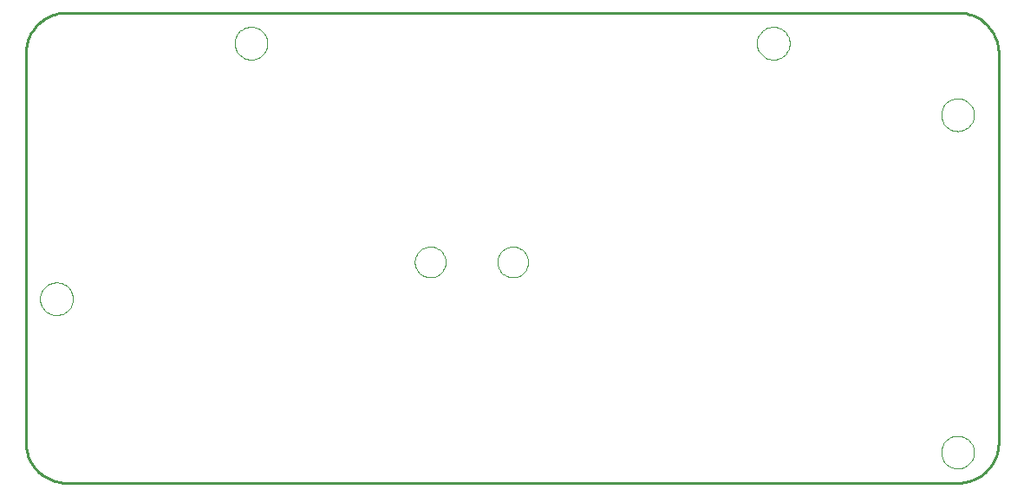
<source format=gbo>
G75*
%MOIN*%
%OFA0B0*%
%FSLAX24Y24*%
%IPPOS*%
%LPD*%
%AMOC8*
5,1,8,0,0,1.08239X$1,22.5*
%
%ADD10C,0.0100*%
%ADD11C,0.0000*%
D10*
X002168Y020695D02*
X036420Y020695D01*
X036497Y020697D01*
X036574Y020703D01*
X036651Y020712D01*
X036727Y020725D01*
X036803Y020742D01*
X036877Y020763D01*
X036951Y020787D01*
X037023Y020815D01*
X037093Y020846D01*
X037162Y020881D01*
X037230Y020919D01*
X037295Y020960D01*
X037358Y021005D01*
X037419Y021053D01*
X037478Y021103D01*
X037534Y021156D01*
X037587Y021212D01*
X037637Y021271D01*
X037685Y021332D01*
X037730Y021395D01*
X037771Y021460D01*
X037809Y021528D01*
X037844Y021597D01*
X037875Y021667D01*
X037903Y021739D01*
X037927Y021813D01*
X037948Y021887D01*
X037965Y021963D01*
X037978Y022039D01*
X037987Y022116D01*
X037993Y022193D01*
X037995Y022270D01*
X037995Y037231D01*
X037993Y037308D01*
X037987Y037385D01*
X037978Y037462D01*
X037965Y037538D01*
X037948Y037614D01*
X037927Y037688D01*
X037903Y037762D01*
X037875Y037834D01*
X037844Y037904D01*
X037809Y037973D01*
X037771Y038041D01*
X037730Y038106D01*
X037685Y038169D01*
X037637Y038230D01*
X037587Y038289D01*
X037534Y038345D01*
X037478Y038398D01*
X037419Y038448D01*
X037358Y038496D01*
X037295Y038541D01*
X037230Y038582D01*
X037162Y038620D01*
X037093Y038655D01*
X037023Y038686D01*
X036951Y038714D01*
X036877Y038738D01*
X036803Y038759D01*
X036727Y038776D01*
X036651Y038789D01*
X036574Y038798D01*
X036497Y038804D01*
X036420Y038806D01*
X002168Y038806D01*
X002091Y038804D01*
X002014Y038798D01*
X001937Y038789D01*
X001861Y038776D01*
X001785Y038759D01*
X001711Y038738D01*
X001637Y038714D01*
X001565Y038686D01*
X001495Y038655D01*
X001426Y038620D01*
X001358Y038582D01*
X001293Y038541D01*
X001230Y038496D01*
X001169Y038448D01*
X001110Y038398D01*
X001054Y038345D01*
X001001Y038289D01*
X000951Y038230D01*
X000903Y038169D01*
X000858Y038106D01*
X000817Y038041D01*
X000779Y037973D01*
X000744Y037904D01*
X000713Y037834D01*
X000685Y037762D01*
X000661Y037688D01*
X000640Y037614D01*
X000623Y037538D01*
X000610Y037462D01*
X000601Y037385D01*
X000595Y037308D01*
X000593Y037231D01*
X000593Y022270D01*
X000595Y022193D01*
X000601Y022116D01*
X000610Y022039D01*
X000623Y021963D01*
X000640Y021887D01*
X000661Y021813D01*
X000685Y021739D01*
X000713Y021667D01*
X000744Y021597D01*
X000779Y021528D01*
X000817Y021460D01*
X000858Y021395D01*
X000903Y021332D01*
X000951Y021271D01*
X001001Y021212D01*
X001054Y021156D01*
X001110Y021103D01*
X001169Y021053D01*
X001230Y021005D01*
X001293Y020960D01*
X001358Y020919D01*
X001426Y020881D01*
X001495Y020846D01*
X001565Y020815D01*
X001637Y020787D01*
X001711Y020763D01*
X001785Y020742D01*
X001861Y020725D01*
X001937Y020712D01*
X002014Y020703D01*
X002091Y020697D01*
X002168Y020695D01*
D11*
X001144Y027782D02*
X001146Y027832D01*
X001152Y027882D01*
X001162Y027931D01*
X001176Y027979D01*
X001193Y028026D01*
X001214Y028071D01*
X001239Y028115D01*
X001267Y028156D01*
X001299Y028195D01*
X001333Y028232D01*
X001370Y028266D01*
X001410Y028296D01*
X001452Y028323D01*
X001496Y028347D01*
X001542Y028368D01*
X001589Y028384D01*
X001637Y028397D01*
X001687Y028406D01*
X001736Y028411D01*
X001787Y028412D01*
X001837Y028409D01*
X001886Y028402D01*
X001935Y028391D01*
X001983Y028376D01*
X002029Y028358D01*
X002074Y028336D01*
X002117Y028310D01*
X002158Y028281D01*
X002197Y028249D01*
X002233Y028214D01*
X002265Y028176D01*
X002295Y028136D01*
X002322Y028093D01*
X002345Y028049D01*
X002364Y028003D01*
X002380Y027955D01*
X002392Y027906D01*
X002400Y027857D01*
X002404Y027807D01*
X002404Y027757D01*
X002400Y027707D01*
X002392Y027658D01*
X002380Y027609D01*
X002364Y027561D01*
X002345Y027515D01*
X002322Y027471D01*
X002295Y027428D01*
X002265Y027388D01*
X002233Y027350D01*
X002197Y027315D01*
X002158Y027283D01*
X002117Y027254D01*
X002074Y027228D01*
X002029Y027206D01*
X001983Y027188D01*
X001935Y027173D01*
X001886Y027162D01*
X001837Y027155D01*
X001787Y027152D01*
X001736Y027153D01*
X001687Y027158D01*
X001637Y027167D01*
X001589Y027180D01*
X001542Y027196D01*
X001496Y027217D01*
X001452Y027241D01*
X001410Y027268D01*
X001370Y027298D01*
X001333Y027332D01*
X001299Y027369D01*
X001267Y027408D01*
X001239Y027449D01*
X001214Y027493D01*
X001193Y027538D01*
X001176Y027585D01*
X001162Y027633D01*
X001152Y027682D01*
X001146Y027732D01*
X001144Y027782D01*
X008624Y037624D02*
X008626Y037674D01*
X008632Y037724D01*
X008642Y037773D01*
X008656Y037821D01*
X008673Y037868D01*
X008694Y037913D01*
X008719Y037957D01*
X008747Y037998D01*
X008779Y038037D01*
X008813Y038074D01*
X008850Y038108D01*
X008890Y038138D01*
X008932Y038165D01*
X008976Y038189D01*
X009022Y038210D01*
X009069Y038226D01*
X009117Y038239D01*
X009167Y038248D01*
X009216Y038253D01*
X009267Y038254D01*
X009317Y038251D01*
X009366Y038244D01*
X009415Y038233D01*
X009463Y038218D01*
X009509Y038200D01*
X009554Y038178D01*
X009597Y038152D01*
X009638Y038123D01*
X009677Y038091D01*
X009713Y038056D01*
X009745Y038018D01*
X009775Y037978D01*
X009802Y037935D01*
X009825Y037891D01*
X009844Y037845D01*
X009860Y037797D01*
X009872Y037748D01*
X009880Y037699D01*
X009884Y037649D01*
X009884Y037599D01*
X009880Y037549D01*
X009872Y037500D01*
X009860Y037451D01*
X009844Y037403D01*
X009825Y037357D01*
X009802Y037313D01*
X009775Y037270D01*
X009745Y037230D01*
X009713Y037192D01*
X009677Y037157D01*
X009638Y037125D01*
X009597Y037096D01*
X009554Y037070D01*
X009509Y037048D01*
X009463Y037030D01*
X009415Y037015D01*
X009366Y037004D01*
X009317Y036997D01*
X009267Y036994D01*
X009216Y036995D01*
X009167Y037000D01*
X009117Y037009D01*
X009069Y037022D01*
X009022Y037038D01*
X008976Y037059D01*
X008932Y037083D01*
X008890Y037110D01*
X008850Y037140D01*
X008813Y037174D01*
X008779Y037211D01*
X008747Y037250D01*
X008719Y037291D01*
X008694Y037335D01*
X008673Y037380D01*
X008656Y037427D01*
X008642Y037475D01*
X008632Y037524D01*
X008626Y037574D01*
X008624Y037624D01*
X015553Y029199D02*
X015555Y029247D01*
X015561Y029295D01*
X015571Y029342D01*
X015584Y029388D01*
X015602Y029433D01*
X015622Y029477D01*
X015647Y029519D01*
X015675Y029558D01*
X015705Y029595D01*
X015739Y029629D01*
X015776Y029661D01*
X015814Y029690D01*
X015855Y029715D01*
X015898Y029737D01*
X015943Y029755D01*
X015989Y029769D01*
X016036Y029780D01*
X016084Y029787D01*
X016132Y029790D01*
X016180Y029789D01*
X016228Y029784D01*
X016276Y029775D01*
X016322Y029763D01*
X016367Y029746D01*
X016411Y029726D01*
X016453Y029703D01*
X016493Y029676D01*
X016531Y029646D01*
X016566Y029613D01*
X016598Y029577D01*
X016628Y029539D01*
X016654Y029498D01*
X016676Y029455D01*
X016696Y029411D01*
X016711Y029366D01*
X016723Y029319D01*
X016731Y029271D01*
X016735Y029223D01*
X016735Y029175D01*
X016731Y029127D01*
X016723Y029079D01*
X016711Y029032D01*
X016696Y028987D01*
X016676Y028943D01*
X016654Y028900D01*
X016628Y028859D01*
X016598Y028821D01*
X016566Y028785D01*
X016531Y028752D01*
X016493Y028722D01*
X016453Y028695D01*
X016411Y028672D01*
X016367Y028652D01*
X016322Y028635D01*
X016276Y028623D01*
X016228Y028614D01*
X016180Y028609D01*
X016132Y028608D01*
X016084Y028611D01*
X016036Y028618D01*
X015989Y028629D01*
X015943Y028643D01*
X015898Y028661D01*
X015855Y028683D01*
X015814Y028708D01*
X015776Y028737D01*
X015739Y028769D01*
X015705Y028803D01*
X015675Y028840D01*
X015647Y028879D01*
X015622Y028921D01*
X015602Y028965D01*
X015584Y029010D01*
X015571Y029056D01*
X015561Y029103D01*
X015555Y029151D01*
X015553Y029199D01*
X018730Y029199D02*
X018732Y029247D01*
X018738Y029295D01*
X018748Y029342D01*
X018761Y029388D01*
X018779Y029433D01*
X018799Y029477D01*
X018824Y029519D01*
X018852Y029558D01*
X018882Y029595D01*
X018916Y029629D01*
X018953Y029661D01*
X018991Y029690D01*
X019032Y029715D01*
X019075Y029737D01*
X019120Y029755D01*
X019166Y029769D01*
X019213Y029780D01*
X019261Y029787D01*
X019309Y029790D01*
X019357Y029789D01*
X019405Y029784D01*
X019453Y029775D01*
X019499Y029763D01*
X019544Y029746D01*
X019588Y029726D01*
X019630Y029703D01*
X019670Y029676D01*
X019708Y029646D01*
X019743Y029613D01*
X019775Y029577D01*
X019805Y029539D01*
X019831Y029498D01*
X019853Y029455D01*
X019873Y029411D01*
X019888Y029366D01*
X019900Y029319D01*
X019908Y029271D01*
X019912Y029223D01*
X019912Y029175D01*
X019908Y029127D01*
X019900Y029079D01*
X019888Y029032D01*
X019873Y028987D01*
X019853Y028943D01*
X019831Y028900D01*
X019805Y028859D01*
X019775Y028821D01*
X019743Y028785D01*
X019708Y028752D01*
X019670Y028722D01*
X019630Y028695D01*
X019588Y028672D01*
X019544Y028652D01*
X019499Y028635D01*
X019453Y028623D01*
X019405Y028614D01*
X019357Y028609D01*
X019309Y028608D01*
X019261Y028611D01*
X019213Y028618D01*
X019166Y028629D01*
X019120Y028643D01*
X019075Y028661D01*
X019032Y028683D01*
X018991Y028708D01*
X018953Y028737D01*
X018916Y028769D01*
X018882Y028803D01*
X018852Y028840D01*
X018824Y028879D01*
X018799Y028921D01*
X018779Y028965D01*
X018761Y029010D01*
X018748Y029056D01*
X018738Y029103D01*
X018732Y029151D01*
X018730Y029199D01*
X028703Y037624D02*
X028705Y037674D01*
X028711Y037724D01*
X028721Y037773D01*
X028735Y037821D01*
X028752Y037868D01*
X028773Y037913D01*
X028798Y037957D01*
X028826Y037998D01*
X028858Y038037D01*
X028892Y038074D01*
X028929Y038108D01*
X028969Y038138D01*
X029011Y038165D01*
X029055Y038189D01*
X029101Y038210D01*
X029148Y038226D01*
X029196Y038239D01*
X029246Y038248D01*
X029295Y038253D01*
X029346Y038254D01*
X029396Y038251D01*
X029445Y038244D01*
X029494Y038233D01*
X029542Y038218D01*
X029588Y038200D01*
X029633Y038178D01*
X029676Y038152D01*
X029717Y038123D01*
X029756Y038091D01*
X029792Y038056D01*
X029824Y038018D01*
X029854Y037978D01*
X029881Y037935D01*
X029904Y037891D01*
X029923Y037845D01*
X029939Y037797D01*
X029951Y037748D01*
X029959Y037699D01*
X029963Y037649D01*
X029963Y037599D01*
X029959Y037549D01*
X029951Y037500D01*
X029939Y037451D01*
X029923Y037403D01*
X029904Y037357D01*
X029881Y037313D01*
X029854Y037270D01*
X029824Y037230D01*
X029792Y037192D01*
X029756Y037157D01*
X029717Y037125D01*
X029676Y037096D01*
X029633Y037070D01*
X029588Y037048D01*
X029542Y037030D01*
X029494Y037015D01*
X029445Y037004D01*
X029396Y036997D01*
X029346Y036994D01*
X029295Y036995D01*
X029246Y037000D01*
X029196Y037009D01*
X029148Y037022D01*
X029101Y037038D01*
X029055Y037059D01*
X029011Y037083D01*
X028969Y037110D01*
X028929Y037140D01*
X028892Y037174D01*
X028858Y037211D01*
X028826Y037250D01*
X028798Y037291D01*
X028773Y037335D01*
X028752Y037380D01*
X028735Y037427D01*
X028721Y037475D01*
X028711Y037524D01*
X028705Y037574D01*
X028703Y037624D01*
X035790Y034869D02*
X035792Y034919D01*
X035798Y034969D01*
X035808Y035018D01*
X035822Y035066D01*
X035839Y035113D01*
X035860Y035158D01*
X035885Y035202D01*
X035913Y035243D01*
X035945Y035282D01*
X035979Y035319D01*
X036016Y035353D01*
X036056Y035383D01*
X036098Y035410D01*
X036142Y035434D01*
X036188Y035455D01*
X036235Y035471D01*
X036283Y035484D01*
X036333Y035493D01*
X036382Y035498D01*
X036433Y035499D01*
X036483Y035496D01*
X036532Y035489D01*
X036581Y035478D01*
X036629Y035463D01*
X036675Y035445D01*
X036720Y035423D01*
X036763Y035397D01*
X036804Y035368D01*
X036843Y035336D01*
X036879Y035301D01*
X036911Y035263D01*
X036941Y035223D01*
X036968Y035180D01*
X036991Y035136D01*
X037010Y035090D01*
X037026Y035042D01*
X037038Y034993D01*
X037046Y034944D01*
X037050Y034894D01*
X037050Y034844D01*
X037046Y034794D01*
X037038Y034745D01*
X037026Y034696D01*
X037010Y034648D01*
X036991Y034602D01*
X036968Y034558D01*
X036941Y034515D01*
X036911Y034475D01*
X036879Y034437D01*
X036843Y034402D01*
X036804Y034370D01*
X036763Y034341D01*
X036720Y034315D01*
X036675Y034293D01*
X036629Y034275D01*
X036581Y034260D01*
X036532Y034249D01*
X036483Y034242D01*
X036433Y034239D01*
X036382Y034240D01*
X036333Y034245D01*
X036283Y034254D01*
X036235Y034267D01*
X036188Y034283D01*
X036142Y034304D01*
X036098Y034328D01*
X036056Y034355D01*
X036016Y034385D01*
X035979Y034419D01*
X035945Y034456D01*
X035913Y034495D01*
X035885Y034536D01*
X035860Y034580D01*
X035839Y034625D01*
X035822Y034672D01*
X035808Y034720D01*
X035798Y034769D01*
X035792Y034819D01*
X035790Y034869D01*
X035790Y021876D02*
X035792Y021926D01*
X035798Y021976D01*
X035808Y022025D01*
X035822Y022073D01*
X035839Y022120D01*
X035860Y022165D01*
X035885Y022209D01*
X035913Y022250D01*
X035945Y022289D01*
X035979Y022326D01*
X036016Y022360D01*
X036056Y022390D01*
X036098Y022417D01*
X036142Y022441D01*
X036188Y022462D01*
X036235Y022478D01*
X036283Y022491D01*
X036333Y022500D01*
X036382Y022505D01*
X036433Y022506D01*
X036483Y022503D01*
X036532Y022496D01*
X036581Y022485D01*
X036629Y022470D01*
X036675Y022452D01*
X036720Y022430D01*
X036763Y022404D01*
X036804Y022375D01*
X036843Y022343D01*
X036879Y022308D01*
X036911Y022270D01*
X036941Y022230D01*
X036968Y022187D01*
X036991Y022143D01*
X037010Y022097D01*
X037026Y022049D01*
X037038Y022000D01*
X037046Y021951D01*
X037050Y021901D01*
X037050Y021851D01*
X037046Y021801D01*
X037038Y021752D01*
X037026Y021703D01*
X037010Y021655D01*
X036991Y021609D01*
X036968Y021565D01*
X036941Y021522D01*
X036911Y021482D01*
X036879Y021444D01*
X036843Y021409D01*
X036804Y021377D01*
X036763Y021348D01*
X036720Y021322D01*
X036675Y021300D01*
X036629Y021282D01*
X036581Y021267D01*
X036532Y021256D01*
X036483Y021249D01*
X036433Y021246D01*
X036382Y021247D01*
X036333Y021252D01*
X036283Y021261D01*
X036235Y021274D01*
X036188Y021290D01*
X036142Y021311D01*
X036098Y021335D01*
X036056Y021362D01*
X036016Y021392D01*
X035979Y021426D01*
X035945Y021463D01*
X035913Y021502D01*
X035885Y021543D01*
X035860Y021587D01*
X035839Y021632D01*
X035822Y021679D01*
X035808Y021727D01*
X035798Y021776D01*
X035792Y021826D01*
X035790Y021876D01*
M02*

</source>
